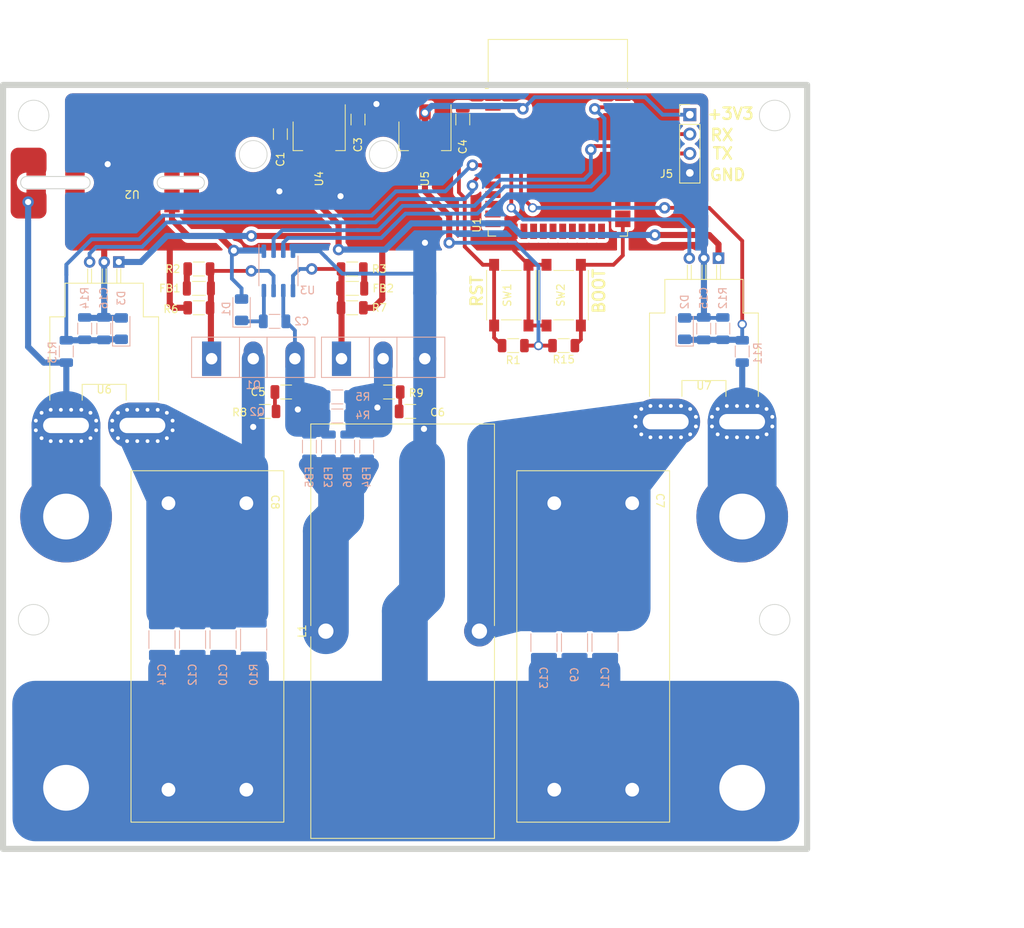
<source format=kicad_pcb>
(kicad_pcb (version 20210925) (generator pcbnew)
  (layers (0 "F.Cu" signal) (31 "B.Cu" signal) (34 "B.Paste" user) (35 "F.Paste" user) (36 "B.SilkS" user "B.Silkscreen") (37 "F.SilkS" user "F.Silkscreen") (38 "B.Mask" user) (39 "F.Mask" user) (44 "Edge.Cuts" user))
  (net 0 "")
  (net 1 "+12V")
  (net 2 "GND")
  (net 3 "Net-(C2-Pad1)")
  (net 4 "Net-(C2-Pad2)")
  (net 5 "+5V")
  (net 6 "+3V3")
  (net 7 "Net-(C5-Pad1)")
  (net 8 "Net-(C6-Pad1)")
  (net 9 "VOUT")
  (net 10 "VIN")
  (net 11 "Net-(FB1-Pad1)")
  (net 12 "Net-(FB1-Pad2)")
  (net 13 "Net-(FB4-Pad2)")
  (net 14 "Net-(C11-Pad1)")
  (net 15 "VCC")
  (net 16 "Net-(FB2-Pad2)")
  (net 17 "Net-(FB2-Pad1)")
  (net 18 "Net-(J1-Pad1)")
  (net 19 "VDC")
  (net 20 "Net-(U1-Pad33)")
  (net 21 "Net-(U1-Pad37)")
  (net 22 "Net-(R1-Pad1)")
  (net 23 "Net-(R15-Pad1)")
  (net 24 "Net-(FB3-Pad2)")
  (net 27 "COUT")
  (net 28 "CIN")
  (net 51 "Net-(J5-Pad2)")
  (net 52 "Net-(J5-Pad3)")
  (footprint "HiPowerFP:Screw_PCB_pin" (layer "F.Cu") (at 118 109.5)
    (fp_text reference "J3")
    (fp_text value "Conn_01x01")
  )
  (footprint "Resistor_SMD:R_1206_3216Metric" (layer "F.Cu") (at 135.382 77.089 180)
    (fp_text reference "R2")
    (fp_text value "20")
  )
  (footprint "Resistor_SMD:R_1206_3216Metric" (layer "F.Cu") (at 176.53 87.122)
    (fp_text reference "R1")
    (fp_text value "10k")
  )
  (footprint "Inductor_SMD:L_1206_3216Metric" (layer "F.Cu") (at 155.448 79.629 180)
    (fp_text reference "FB2")
    (fp_text value "330")
  )
  (footprint "Package_TO_SOT_SMD:SOT-223-3_TabPin2" (layer "F.Cu") (at 164.973 59.69 -90)
    (fp_text reference "U5")
    (fp_text value "AMS1117-3.3")
  )
  (footprint "Package_TO_SOT_SMD:SOT-223-3_TabPin2" (layer "F.Cu") (at 151.13 59.69 -90)
    (fp_text reference "U4")
    (fp_text value "AMS1117-5.0")
  )
  (footprint "Capacitor_SMD:C_1206_3216Metric" (layer "F.Cu") (at 163.068 95.735)
    (fp_text reference "C6")
    (fp_text value "24p")
  )
  (footprint "Sensor_Current:Allegro_CB_PFF" (layer "F.Cu") (at 203.4 75.675 180)
    (fp_text reference "U7")
    (fp_text value "ACS770xCB-050B-PFF")
  )
  (footprint "Resistor_SMD:R_1206_3216Metric" (layer "F.Cu") (at 155.448 77.089)
    (fp_text reference "R3")
    (fp_text value "20")
  )
  (footprint "HiPowerFP:Screw_PCB_pin" (layer "F.Cu") (at 118 145)
    (fp_text reference "J4")
    (fp_text value "Conn_01x01")
  )
  (footprint "Resistor_SMD:R_1206_3216Metric" (layer "F.Cu") (at 155.448 82.169 180)
    (fp_text reference "R7")
    (fp_text value "10k")
  )
  (footprint "HiPowerFP:AC_DC_PCB_straight" (layer "F.Cu") (at 126.1475 65.786 180)
    (fp_text reference "U2")
    (fp_text value "AC-DC_12V")
    (fp_line (start -4.58 0.8) (end -9.16 0.8) (layer "Edge.Cuts") (width 0.12))
    (fp_line (start -9.16 -0.8) (end -4.58 -0.8) (layer "Edge.Cuts") (width 0.12))
    (fp_line (start 5.797 -0.8) (end 13.297 -0.8) (layer "Edge.Cuts") (width 0.12))
    (fp_line (start 13.297 0.8) (end 5.797 0.8) (layer "Edge.Cuts") (width 0.12))
    (fp_arc (start 5.797 0) (end 5.797 0.8) (angle 180) (layer "Edge.Cuts") (width 0.12))
    (fp_arc (start -9.16 0) (end -9.16 -0.8) (angle -180) (layer "Edge.Cuts") (width 0.12))
    (fp_arc (start 13.297 0) (end 13.297 0.8) (angle -180) (layer "Edge.Cuts") (width 0.12))
    (fp_arc (start -4.58 0) (end -4.58 0.8) (angle -180) (layer "Edge.Cuts") (width 0.12))
  )
  (footprint "HiPowerFP:Screw_PCB_pin" (layer "F.Cu") (at 206.5 145)
    (fp_text reference "J2")
    (fp_text value "Conn_01x01")
  )
  (footprint "Capacitor_SMD:C_1206_3216Metric" (layer "F.Cu") (at 146.812 93.195)
    (fp_text reference "C5")
    (fp_text value "24p")
  )
  (footprint "Resistor_SMD:R_1206_3216Metric" (layer "F.Cu") (at 183.134 87.122 180)
    (fp_text reference "R15")
    (fp_text value "10k")
  )
  (footprint "Capacitor_SMD:C_1206_3216Metric" (layer "F.Cu") (at 146.05 59.436 -90)
    (fp_text reference "C1")
    (fp_text value "10u")
  )
  (footprint "Resistor_SMD:R_1206_3216Metric" (layer "F.Cu") (at 144.018 95.735)
    (fp_text reference "R8")
    (fp_text value "15")
  )
  (footprint "Sensor_Current:Allegro_CB_PFF" (layer "F.Cu") (at 124.9 76.175 180)
    (fp_text reference "U6")
    (fp_text value "ACS770xCB-050B-PFF")
  )
  (footprint "WLAN modules:ESP32-WROOM-32" (layer "F.Cu") (at 182.372 62.908)
    (fp_text reference "U1")
    (fp_text value "ESP32-WROOM-32U")
  )
  (footprint "HiPowerFP:CP_Rect_L42.0mm_T20.0mm_H40.0mm" (layer "F.Cu") (at 187 126.5 -90)
    (fp_text reference "C7")
    (fp_text value "10u")
  )
  (footprint "Inductor_THT:L_Toroid_Vertical_L54.0mm_W23.8mm_P20.10mm_Bourns_5700" (layer "F.Cu") (at 152 124.5 90)
    (fp_text reference "L1")
    (fp_text value "330u")
  )
  (footprint "Button_Switch_SMD:SW_Push_1P1T_NO_6x6mm_H9.5mm" (layer "F.Cu") (at 183.134 80.518 -90)
    (fp_text reference "SW2")
    (fp_text value "SW_Push")
  )
  (footprint "Resistor_SMD:R_1206_3216Metric" (layer "F.Cu") (at 135.382 82.169)
    (fp_text reference "R6")
    (fp_text value "10k")
  )
  (footprint "Connector_PinHeader_2.54mm:PinHeader_1x04_P2.54mm_Vertical" (layer "F.Cu") (at 199.644 56.896)
    (fp_text reference "J5")
    (fp_text value "Conn_01x04")
  )
  (footprint "HiPowerFP:CP_Rect_L42.0mm_T20.0mm_H40.0mm" (layer "F.Cu") (at 136.5 126.5 -90)
    (fp_text reference "C8")
    (fp_text value "10u")
  )
  (footprint "HiPowerFP:Screw_PCB_pin" (layer "F.Cu") (at 206.5 109.5)
    (fp_text reference "J1")
    (fp_text value "Conn_01x01")
  )
  (footprint "Resistor_SMD:R_1206_3216Metric" (layer "F.Cu") (at 160.274 93.195)
    (fp_text reference "R9")
    (fp_text value "15")
  )
  (footprint "Capacitor_SMD:C_1206_3216Metric" (layer "F.Cu") (at 156.21 57.531 90)
    (fp_text reference "C3")
    (fp_text value "10u")
  )
  (footprint "Inductor_SMD:L_1206_3216Metric" (layer "F.Cu") (at 135.382 79.629)
    (fp_text reference "FB1")
    (fp_text value "330")
  )
  (footprint "Button_Switch_SMD:SW_Push_1P1T_NO_6x6mm_H9.5mm" (layer "F.Cu") (at 176.276 80.518 -90)
    (fp_text reference "SW1")
    (fp_text value "SW_Push")
  )
  (footprint "Capacitor_SMD:C_1206_3216Metric" (layer "F.Cu") (at 169.926 57.531 -90)
    (fp_text reference "C4")
    (fp_text value "10u")
  )
  (footprint "Package_SO:SO-8_3.9x4.9mm_P1.27mm" (layer "B.Cu") (at 145.796 77.343 -90)
    (fp_text reference "U3")
    (fp_text value "EG2106")
  )
  (footprint "Resistor_SMD:R_1206_3216Metric" (layer "B.Cu") (at 153.5 96.335)
    (fp_text reference "R4")
    (fp_text value "20")
  )
  (footprint "Diode_SMD:D_1206_3216Metric" (layer "B.Cu") (at 198.962 84.8975 90)
    (fp_text reference "D2")
    (fp_text value "5V6")
  )
  (footprint "Resistor_SMD:R_1206_3216Metric" (layer "B.Cu") (at 206.502 87.884 90)
    (fp_text reference "R11")
    (fp_text value "1M")
  )
  (footprint "Capacitor_SMD:C_1206_3216Metric" (layer "B.Cu") (at 145.288 83.947 180)
    (fp_text reference "C2")
    (fp_text value "1u")
  )
  (footprint "Package_TO_SOT_THT:TO-247-3_Vertical" (layer "B.Cu") (at 154.05 88.835)
    (fp_text reference "Q2")
    (fp_text value "WMJ38N60")
  )
  (footprint "Resistor_SMD:R_1206_3216Metric" (layer "B.Cu") (at 153.5 93.835)
    (fp_text reference "R5")
    (fp_text value "20")
  )
  (footprint "Resistor_SMD:R_1206_3216Metric" (layer "B.Cu") (at 203.962 84.8975 90)
    (fp_text reference "R12")
    (fp_text value "10k")
  )
  (footprint "Inductor_SMD:L_1206_3216Metric" (layer "B.Cu") (at 152.35 100.335 -90)
    (fp_text reference "FB3")
    (fp_text value "30")
  )
  (footprint "Inductor_SMD:L_1206_3216Metric" (layer "B.Cu") (at 149.85 100.335 -90)
    (fp_text reference "FB5")
    (fp_text value "30")
  )
  (footprint "Capacitor_SMD:C_1812_4532Metric" (layer "B.Cu") (at 180.55 126 -90)
    (fp_text reference "C13")
    (fp_text value "10n")
  )
  (footprint "Capacitor_SMD:C_1812_4532Metric" (layer "B.Cu") (at 188.55 126 -90)
    (fp_text reference "C11")
    (fp_text value "10n")
  )
  (footprint "Capacitor_SMD:C_1206_3216Metric" (layer "B.Cu") (at 201.462 84.8975 90)
    (fp_text reference "C15")
    (fp_text value "1n")
  )
  (footprint "Capacitor_SMD:C_1812_4532Metric" (layer "B.Cu") (at 134.55 125.6 -90)
    (fp_text reference "C12")
    (fp_text value "10n")
  )
  (footprint "Capacitor_SMD:C_1812_4532Metric" (layer "B.Cu") (at 138.55 125.6 -90)
    (fp_text reference "C10")
    (fp_text value "100n")
  )
  (footprint "Resistor_SMD:R_1206_3216Metric" (layer "B.Cu") (at 120.436 84.8975 90)
    (fp_text reference "R14")
    (fp_text value "10k")
  )
  (footprint "Resistor_SMD:R_1206_3216Metric" (layer "B.Cu") (at 118.03 87.884 90)
    (fp_text reference "R13")
    (fp_text value "1M")
  )
  (footprint "Package_TO_SOT_THT:TO-247-3_Vertical" (layer "B.Cu") (at 137.05 88.835)
    (fp_text reference "Q1")
    (fp_text value "WMJ38N60")
  )
  (footprint "Diode_SMD:D_1206_3216Metric" (layer "B.Cu") (at 125.222 84.8975 90)
    (fp_text reference "D3")
    (fp_text value "5V6")
  )
  (footprint "Capacitor_SMD:C_1812_4532Metric" (layer "B.Cu") (at 130.55 125.6 -90)
    (fp_text reference "C14")
    (fp_text value "10n")
  )
  (footprint "Capacitor_SMD:C_1812_4532Metric" (layer "B.Cu") (at 184.55 126 -90)
    (fp_text reference "C9")
    (fp_text value "100n")
  )
  (footprint "Inductor_SMD:L_1206_3216Metric" (layer "B.Cu") (at 154.85 100.335 90)
    (fp_text reference "FB6")
    (fp_text value "30")
  )
  (footprint "Resistor_SMD:R_1812_4532Metric" (layer "B.Cu") (at 142.55 125.6 -90)
    (fp_text reference "R10")
    (fp_text value "10M")
  )
  (footprint "Diode_SMD:D_1206_3216Metric" (layer "B.Cu") (at 140.97 82.423 90)
    (fp_text reference "D1")
    (fp_text value "D")
  )
  (footprint "Capacitor_SMD:C_1206_3216Metric" (layer "B.Cu") (at 122.936 84.8975 90)
    (fp_text reference "C16")
    (fp_text value "10n")
  )
  (footprint "Inductor_SMD:L_1206_3216Metric" (layer "B.Cu") (at 157.35 100.335 90)
    (fp_text reference "FB4")
    (fp_text value "30")
  )
  (gr_circle (center 113.75 123) (end 115.75 123) (layer "Edge.Cuts") (width 0.1) (fill none))
  (gr_circle (center 142.494 62.103) (end 144.272 61.722) (layer "Edge.Cuts") (width 0.1) (fill none))
  (gr_circle (center 210.75 123) (end 212.75 123) (layer "Edge.Cuts") (width 0.1) (fill none))
  (gr_rect (start 109.75 53) (end 215 153) (layer "Edge.Cuts") (width 0.8) (fill none))
  (gr_circle (center 159.512 62.103) (end 161.29 61.722) (layer "Edge.Cuts") (width 0.1) (fill none))
  (gr_circle (center 113.75 57) (end 115.75 57) (layer "Edge.Cuts") (width 0.1) (fill none))
  (gr_circle (center 210.75 57) (end 212.75 57) (layer "Edge.Cuts") (width 0.1) (fill none))
  (gr_text "BOOT" (at 187.75 80 90) (layer "F.SilkS") (effects (font (size 1.5 1.5) (thickness 0.3))))
  (gr_text "GND" (at 204.597 64.77) (layer "F.SilkS") (effects (font (size 1.5 1.5) (thickness 0.3))))
  (gr_text "+3V3" (at 204.978 56.769) (layer "F.SilkS") (effects (font (size 1.5 1.5) (thickness 0.3))))
  (gr_text "RX" (at 203.835 59.563) (layer "F.SilkS") (effects (font (size 1.5 1.5) (thickness 0.3))))
  (gr_text "RST" (at 171.75 80 90) (layer "F.SilkS") (effects (font (size 1.5 1.5) (thickness 0.3))))
  (gr_text "TX" (at 203.962 61.976) (layer "F.SilkS") (effects (font (size 1.5 1.5) (thickness 0.3))))
  (segment (start 147.409 57.961) (end 148.83 56.54) (width 0.8) (layer "F.Cu") (net 1))
  (segment (start 131.8625 68.186) (end 131.8625 70.6485) (width 0.8) (layer "F.Cu") (net 1))
  (segment (start 128.778 64.516) (end 129.908 63.386) (width 0.8) (layer "F.Cu") (net 1))
  (segment (start 139.905 57.961) (end 146.05 57.961) (width 0.8) (layer "F.Cu") (net 1))
  (segment (start 138.049 72.771) (end 139.954 74.676) (width 0.8) (layer "F.Cu") (net 1))
  (segment (start 131.8625 70.6485) (end 133.985 72.771) (width 0.8) (layer "F.Cu") (net 1))
  (segment (start 134.698 57.961) (end 139.905 57.961) (width 0.8) (layer "F.Cu") (net 1))
  (segment (start 133.985 72.771) (end 138.049 72.771) (width 0.8) (layer "F.Cu") (net 1))
  (segment (start 131.953 68.186) (end 129.908 68.186) (width 0.8) (layer "F.Cu") (net 1))
  (segment (start 129.908 68.186) (end 128.778 67.056) (width 0.8) (layer "F.Cu") (net 1))
  (segment (start 129.908 63.386) (end 131.953 63.386) (width 0.8) (layer "F.Cu") (net 1))
  (segment (start 131.953 63.386) (end 131.953 60.706) (width 0.8) (layer "F.Cu") (net 1))
  (segment (start 139.27 57.961) (end 139.905 57.961) (width 0.8) (layer "F.Cu") (net 1))
  (segment (start 146.05 57.961) (end 147.409 57.961) (width 0.8) (layer "F.Cu") (net 1))
  (segment (start 131.953 60.706) (end 134.698 57.961) (width 0.8) (layer "F.Cu") (net 1))
  (segment (start 128.778 67.056) (end 128.778 64.516) (width 0.8) (layer "F.Cu") (net 1))
  (via (at 139.954 74.676) (size 1.5) (drill 0.8) (layers "F.Cu" "B.Cu") (net 1))
  (segment (start 140.97 81.023) (end 140.97 79.629) (width 0.5) (layer "B.Cu") (net 1))
  (segment (start 140.97 79.629) (end 139.7 78.359) (width 0.5) (layer "B.Cu") (net 1))
  (segment (start 139.7 78.359) (end 139.7 74.93) (width 0.5) (layer "B.Cu") (net 1))
  (segment (start 139.954 74.676) (end 143.51 74.676) (width 0.8) (layer "B.Cu") (net 1))
  (segment (start 156.9105 82.169) (end 158.242 82.169) (width 0.8) (layer "F.Cu") (net 2))
  (segment (start 122.99 76.175) (end 122.99 73.84) (width 0.8) (layer "F.Cu") (net 2))
  (segment (start 132.08 82.169) (end 131.572 81.661) (width 0.8) (layer "F.Cu") (net 2))
  (segment (start 133.9195 82.169) (end 132.08 82.169) (width 0.8) (layer "F.Cu") (net 2))
  (segment (start 178.526 84.493) (end 180.884 84.493) (width 0.5) (layer "F.Cu") (net 2))
  (segment (start 167.273 58.434) (end 167.845 59.006) (width 0.8) (layer "F.Cu") (net 2))
  (segment (start 167.845 59.006) (end 169.926 59.006) (width 0.8) (layer "F.Cu") (net 2))
  (segment (start 164.543 95.735) (end 164.543 97.718) (width 0.8) (layer "F.Cu") (net 2))
  (segment (start 178.526 76.543) (end 180.884 76.543) (width 0.5) (layer "F.Cu") (net 2))
  (segment (start 131.572 81.661) (end 131.572 74.422) (width 0.8) (layer "F.Cu") (net 2))
  (segment (start 167.273 56.54) (end 167.273 58.434) (width 0.8) (layer "F.Cu") (net 2))
  (segment (start 158.242 82.169) (end 159.385 81.026) (width 0.8) (layer "F.Cu") (net 2))
  (segment (start 164.543 97.718) (end 164.846 98.021) (width 0.8) (layer "F.Cu") (net 2))
  (segment (start 176.657 74.674) (end 178.526 76.543) (width 0.5) (layer "F.Cu") (net 2))
  (segment (start 178.526 84.493) (end 178.526 76.543) (width 0.5) (layer "F.Cu") (net 2))
  (segment (start 159.385 81.026) (end 159.385 73.787) (width 0.8) (layer "F.Cu") (net 2))
  (segment (start 176.657 72.163) (end 176.657 74.674) (width 0.5) (layer "F.Cu") (net 2))
  (via (at 153.924 67.564) (size 1.5) (drill 0.8) (layers "F.Cu" "B.Cu") (net 2))
  (via (at 158.623 55.499) (size 1.5) (drill 0.8) (layers "F.Cu" "B.Cu") (net 2))
  (via (at 164.973 73.66) (size 1.5) (drill 0.8) (layers "F.Cu" "B.Cu") (net 2))
  (via (at 164.846 98.021) (size 1.5) (drill 0.8) (layers "F.Cu" "B.Cu") (net 2))
  (via (at 145.923 66.929) (size 1.5) (drill 0.8) (layers "F.Cu" "B.Cu") (net 2))
  (via (at 123.444 63.373) (size 1.5) (drill 0.8) (layers "F.Cu" "B.Cu") (net 2))
  (segment (start 164.592 119.634) (end 164.592 102.339) (width 6) (layer "B.Cu") (net 2))
  (segment (start 152.019 75.565) (end 154.155 77.701) (width 0.5) (layer "B.Cu") (net 2))
  (segment (start 162.34 121.886) (end 164.592 119.634) (width 6) (layer "B.Cu") (net 2))
  (segment (start 122.99 76.175) (end 122.99 83.3685) (width 0.8) (layer "B.Cu") (net 2))
  (segment (start 164.95 101.981) (end 164.592 102.339) (width 3) (layer "B.Cu") (net 2))
  (segment (start 201.49 75.675) (end 201.49 83.1965) (width 0.8) (layer "B.Cu") (net 2))
  (segment (start 164.95 88.835) (end 164.95 101.981) (width 3) (layer "B.Cu") (net 2))
  (segment (start 122.736 83.2225) (end 122.936 83.4225) (width 0.5) (layer "B.Cu") (net 2))
  (segment (start 162.34 145) (end 162.34 121.886) (width 6) (layer "B.Cu") (net 2))
  (segment (start 203.8995 83.4975) (end 203.962 83.435) (width 0.5) (layer "B.Cu") (net 2))
  (segment (start 201.49 75.675) (end 201.49 73.22) (width 0.8) (layer "B.Cu") (net 2))
  (segment (start 164.95 80.241) (end 164.95 73.683) (width 3) (layer "B.Cu") (net 2))
  (segment (start 118 145) (end 162.34 145) (width 6) (layer "B.Cu") (net 2))
  (segment (start 120.4985 83.4975) (end 120.436 83.435) (width 0.8) (layer "B.Cu") (net 2))
  (segment (start 147.701 74.768) (end 151.222 74.768) (width 0.5) (layer "B.Cu") (net 2))
  (segment (start 122.99 83.3685) (end 122.936 83.4225) (width 0.8) (layer "B.Cu") (net 2))
  (segment (start 162.34 145) (end 165.5 145) (width 6) (layer "B.Cu") (net 2))
  (segment (start 125.222 83.4975) (end 120.4985 83.4975) (width 0.8) (layer "B.Cu") (net 2))
  (segment (start 165.5 145) (end 206.5 145) (width 6) (layer "B.Cu") (net 2))
  (segment (start 164.95 88.835) (end 164.95 80.241) (width 3) (layer "B.Cu") (net 2))
  (segment (start 154.155 77.701) (end 164.95 77.701) (width 0.5) (layer "B.Cu") (net 2))
  (segment (start 151.892 75.438) (end 152.019 75.565) (width 0.5) (layer "B.Cu") (net 2))
  (segment (start 164.95 73.683) (end 164.973 73.66) (width 3) (layer "B.Cu") (net 2))
  (segment (start 201.236 83.1965) (end 201.462 83.4225) (width 0.8) (layer "B.Cu") (net 2))
  (segment (start 198.962 83.4975) (end 203.8995 83.4975) (width 0.5) (layer "B.Cu") (net 2))
  (segment (start 151.222 74.768) (end 152.019 75.565) (width 0.5) (layer "B.Cu") (net 2))
  (segment (start 164.95 80.241) (end 164.95 77.701) (width 3) (layer "B.Cu") (net 2))
  (segment (start 148.336 93.244) (end 148.287 93.195) (width 0.5) (layer "F.Cu") (net 3))
  (segment (start 148.336 95.481) (end 148.336 93.244) (width 0.5) (layer "F.Cu") (net 3))
  (via (at 148.336 95.481) (size 1.5) (drill 0.8) (layers "F.Cu" "B.Cu") (net 3))
  (segment (start 147.95 85.134) (end 146.763 83.947) (width 0.5) (layer "B.Cu") (net 3))
  (segment (start 152.0375 98.1225) (end 152.0375 96.335) (width 0.8) (layer "B.Cu") (net 3))
  (segment (start 146.431 79.918) (end 146.431 83.361) (width 0.5) (layer "B.Cu") (net 3))
  (segment (start 147.95 88.835) (end 147.95 85.238) (width 0.5) (layer "B.Cu") (net 3))
  (segment (start 146.431 83.361) (end 147.017 83.947) (width 0.5) (layer "B.Cu") (net 3))
  (segment (start 143.813 83.947) (end 141.094 83.947) (width 0.5) (layer "B.Cu") (net 4))
  (segment (start 141.094 83.947) (end 140.97 83.823) (width 0.5) (layer "B.Cu") (net 4))
  (segment (start 143.891 79.918) (end 143.891 83.566) (width 0.5) (layer "B.Cu") (net 4))
  (segment (start 156.21 59.006) (end 151.179 59.006) (width 0.8) (layer "F.Cu") (net 5))
  (segment (start 151.13 56.54) (end 151.13 59.055) (width 0.8) (layer "F.Cu") (net 5))
  (segment (start 153.543 72.771) (end 153.67 72.898) (width 0.8) (layer "F.Cu") (net 5))
  (segment (start 202.184 72.644) (end 203.4 73.86) (width 0.8) (layer "F.Cu") (net 5))
  (segment (start 153.67 72.898) (end 153.67 74.549) (width 0.8) (layer "F.Cu") (net 5))
  (segment (start 160.376 56.54) (end 162.673 56.54) (width 0.8) (layer "F.Cu") (net 5))
  (segment (start 142.24 72.771) (end 153.543 72.771) (width 0.8) (layer "F.Cu") (net 5))
  (segment (start 195.072 72.644) (end 202.184 72.644) (width 0.8) (layer "F.Cu") (net 5))
  (segment (start 156.21 59.006) (end 157.91 59.006) (width 0.8) (layer "F.Cu") (net 5))
  (segment (start 151.13 59.055) (end 151.13 62.84) (width 0.8) (layer "F.Cu") (net 5))
  (segment (start 151.13 68.707) (end 153.67 71.247) (width 0.8) (layer "F.Cu") (net 5))
  (segment (start 151.13 62.84) (end 151.13 64.516) (width 0.8) (layer "F.Cu") (net 5))
  (segment (start 157.91 59.006) (end 160.376 56.54) (width 0.8) (layer "F.Cu") (net 5))
  (segment (start 203.4 73.86) (end 203.4 75.675) (width 0.8) (layer "F.Cu") (net 5))
  (segment (start 151.179 59.006) (end 151.13 59.055) (width 0.5) (layer "F.Cu") (net 5))
  (segment (start 151.13 62.84) (end 151.13 68.707) (width 0.8) (layer "F.Cu") (net 5))
  (segment (start 153.67 71.247) (end 153.67 72.898) (width 0.8) (layer "F.Cu") (net 5))
  (via (at 153.67 74.549) (size 1.5) (drill 0.8) (layers "F.Cu" "B.Cu") (net 5))
  (via (at 142.24 72.771) (size 1.5) (drill 0.8) (layers "F.Cu" "B.Cu") (net 5))
  (via (at 195.072 72.644) (size 1.5) (drill 0.8) (layers "F.Cu" "B.Cu") (net 5))
  (segment (start 153.67 74.549) (end 159.766 74.549) (width 0.8) (layer "B.Cu") (net 5))
  (segment (start 163.195 71.12) (end 176.022 71.12) (width 0.8) (layer "B.Cu") (net 5))
  (segment (start 177.546 72.644) (end 195.072 72.644) (width 0.8) (layer "B.Cu") (net 5))
  (segment (start 124.9 76.175) (end 127.787 76.175) (width 0.8) (layer "B.Cu") (net 5))
  (segment (start 159.766 74.549) (end 161.9885 72.3265) (width 0.8) (layer "B.Cu") (net 5))
  (segment (start 161.9885 72.3265) (end 162.433 71.882) (width 0.8) (layer "B.Cu") (net 5))
  (segment (start 161.9885 72.3265) (end 163.195 71.12) (width 0.8) (layer "B.Cu") (net 5))
  (segment (start 176.022 71.12) (end 176.9745 72.0725) (width 0.8) (layer "B.Cu") (net 5))
  (segment (start 127.787 76.175) (end 131.191 72.771) (width 0.8) (layer "B.Cu") (net 5))
  (segment (start 176.9745 72.0725) (end 177.546 72.644) (width 0.8) (layer "B.Cu") (net 5))
  (segment (start 131.191 72.771) (end 142.24 72.771) (width 0.8) (layer "B.Cu") (net 5))
  (segment (start 173.872 55.923) (end 177.589 55.923) (width 0.5) (layer "F.Cu") (net 6))
  (segment (start 168.148 70.104) (end 168.148 73.66) (width 0.8) (layer "F.Cu") (net 6))
  (segment (start 169.375 55.923) (end 173.872 55.923) (width 0.5) (layer "F.Cu") (net 6))
  (segment (start 164.973 66.929) (end 168.148 70.104) (width 0.8) (layer "F.Cu") (net 6))
  (segment (start 164.973 56.54) (end 164.973 62.84) (width 0.8) (layer "F.Cu") (net 6))
  (segment (start 179.832 87.122) (end 181.6715 87.122) (width 0.5) (layer "F.Cu") (net 6))
  (segment (start 164.973 62.84) (end 164.973 66.929) (width 0.8) (layer "F.Cu") (net 6))
  (segment (start 177.589 55.923) (end 177.8 56.134) (width 0.5) (layer "F.Cu") (net 6))
  (segment (start 177.9925 87.122) (end 179.832 87.122) (width 0.5) (layer "F.Cu") (net 6))
  (via (at 179.832 87.122) (size 1.2) (drill 0.8) (layers "F.Cu" "B.Cu") (net 6))
  (via (at 168.148 73.66) (size 1.5) (drill 0.8) (layers "F.Cu" "B.Cu") (net 6))
  (via (at 177.8 56.134) (size 1.5) (drill 0.8) (layers "F.Cu" "B.Cu") (net 6))
  (via (at 164.973 56.642) (size 1.2) (drill 0.8) (layers "F.Cu" "B.Cu") (net 6))
  (segment (start 177.419 55.753) (end 177.8 56.134) (width 0.8) (layer "B.Cu") (net 6))
  (segment (start 196.088 56.896) (end 199.644 56.896) (width 0.5) (layer "B.Cu") (net 6))
  (segment (start 193.802 54.61) (end 196.088 56.896) (width 0.5) (layer "B.Cu") (net 6))
  (segment (start 164.973 56.642) (end 165.862 55.753) (width 0.8) (layer "B.Cu") (net 6))
  (segment (start 176.784 73.66) (end 168.148 73.66) (width 0.5) (layer "B.Cu") (net 6))
  (segment (start 179.832 76.708) (end 178.3715 75.2475) (width 0.5) (layer "B.Cu") (net 6))
  (segment (start 177.8 56.134) (end 179.324 54.61) (width 0.5) (layer "B.Cu") (net 6))
  (segment (start 178.3715 75.2475) (end 176.784 73.66) (width 0.5) (layer "B.Cu") (net 6))
  (segment (start 179.832 87.122) (end 179.832 76.708) (width 0.5) (layer "B.Cu") (net 6))
  (segment (start 165.862 55.753) (end 177.419 55.753) (width 0.8) (layer "B.Cu") (net 6))
  (segment (start 179.324 54.61) (end 193.802 54.61) (width 0.5) (layer "B.Cu") (net 6))
  (segment (start 145.337 95.5915) (end 145.4805 95.735) (width 0.5) (layer "F.Cu") (net 7))
  (segment (start 145.337 93.195) (end 145.337 95.5915) (width 0.5) (layer "F.Cu") (net 7))
  (segment (start 161.7365 95.5915) (end 161.593 95.735) (width 0.5) (layer "F.Cu") (net 8))
  (segment (start 161.7365 93.195) (end 161.7365 95.5915) (width 0.5) (layer "F.Cu") (net 8))
  (segment (start 176.065 61.003) (end 177.546 62.484) (width 0.5) (layer "F.Cu") (net 9))
  (segment (start 206.502 73.406) (end 202.184 69.088) (width 0.5) (layer "F.Cu") (net 9))
  (segment (start 206.502 84.328) (end 206.502 73.406) (width 0.5) (layer "F.Cu") (net 9))
  (segment (start 202.184 69.088) (end 196.342 69.088) (width 0.5) (layer "F.Cu") (net 9))
  (segment (start 177.546 67.564) (end 179.07 69.088) (width 0.5) (layer "F.Cu") (net 9))
  (segment (start 177.546 62.484) (end 177.546 67.564) (width 0.5) (layer "F.Cu") (net 9))
  (segment (start 173.872 61.003) (end 176.065 61.003) (width 0.5) (layer "F.Cu") (net 9))
  (via (at 196.342 69.088) (size 1.5) (drill 0.8) (layers "F.Cu" "B.Cu") (net 9))
  (via (at 206.502 84.328) (size 1.2) (drill 0.8) (layers "F.Cu" "B.Cu") (net 9))
  (via (at 179.07 69.088) (size 1.2) (drill 0.8) (layers "F.Cu" "B.Cu") (net 9))
  (segment (start 199.0245 86.36) (end 198.962 86.2975) (width 0.8) (layer "B.Cu") (net 9))
  (segment (start 179.07 69.088) (end 196.342 69.088) (width 0.5) (layer "B.Cu") (net 9))
  (segment (start 206.502 86.4215) (end 206.502 84.328) (width 0.5) (layer "B.Cu") (net 9))
  (segment (start 203.962 86.36) (end 199.0245 86.36) (width 0.8) (layer "B.Cu") (net 9))
  (segment (start 204.216 86.36) (end 206.9485 86.36) (width 0.8) (layer "B.Cu") (net 9))
  (segment (start 173.872 63.543) (end 172.255 63.543) (width 0.5) (layer "F.Cu") (net 10))
  (segment (start 172.212 63.5) (end 171.196 63.5) (width 0.5) (layer "F.Cu") (net 10))
  (segment (start 172.255 63.543) (end 172.212 63.5) (width 0.5) (layer "F.Cu") (net 10))
  (via (at 171.196 63.5) (size 1.5) (drill 0.8) (layers "F.Cu" "B.Cu") (net 10))
  (segment (start 161.163 66.929) (end 166.37 66.929) (width 0.5) (layer "B.Cu") (net 10))
  (segment (start 157.988 70.104) (end 160.401 67.691) (width 0.5) (layer "B.Cu") (net 10))
  (segment (start 130.654 70.104) (end 156.083 70.104) (width 0.5) (layer "B.Cu") (net 10))
  (segment (start 160.401 67.691) (end 161.163 66.929) (width 0.5) (layer "B.Cu") (net 10))
  (segment (start 156.083 70.104) (end 157.988 70.104) (width 0.5) (layer "B.Cu") (net 10))
  (segment (start 122.887 86.4215) (end 122.936 86.3725) (width 0.8) (layer "B.Cu") (net 10))
  (segment (start 118.03 76.52) (end 121.35 73.2) (width 0.5) (layer "B.Cu") (net 10))
  (segment (start 167.64 66.929) (end 170.688 63.881) (width 0.5) (layer "B.Cu") (net 10))
  (segment (start 156.083 70.104) (end 156.845 70.104) (width 0.5) (layer "B.Cu") (net 10))
  (segment (start 125.222 86.2975) (end 123.011 86.2975) (width 0.8) (layer "B.Cu") (net 10))
  (segment (start 118.03 77.88) (end 118.03 76.52) (width 0.5) (layer "B.Cu") (net 10))
  (segment (start 123.011 86.2975) (end 122.936 86.3725) (width 0.8) (layer "B.Cu") (net 10))
  (segment (start 118.03 77.88) (end 118.03 76.755) (width 0.5) (layer "B.Cu") (net 10))
  (segment (start 121.35 73.2) (end 127.558 73.2) (width 0.5) (layer "B.Cu") (net 10))
  (segment (start 166.37 66.929) (end 167.64 66.929) (width 0.5) (layer "B.Cu") (net 10))
  (segment (start 118.03 86.4215) (end 122.887 86.4215) (width 0.8) (layer "B.Cu") (net 10))
  (segment (start 118.03 86.4215) (end 118.03 77.88) (width 0.5) (layer "B.Cu") (net 10))
  (segment (start 127.558 73.2) (end 130.654 70.104) (width 0.5) (layer "B.Cu") (net 10))
  (segment (start 133.807 77.2015) (end 133.9195 77.089) (width 0.8) (layer "F.Cu") (net 11))
  (segment (start 133.807 79.629) (end 133.807 77.2015) (width 0.8) (layer "F.Cu") (net 11))
  (segment (start 136.957 77.6645) (end 136.957 86.6735) (width 0.8) (layer "F.Cu") (net 12))
  (segment (start 137.0985 77.343) (end 136.8445 77.089) (width 0.5) (layer "F.Cu") (net 12))
  (segment (start 142.24 77.343) (end 137.0985 77.343) (width 0.5) (layer "F.Cu") (net 12))
  (segment (start 136.957 88.742) (end 137.05 88.835) (width 0.8) (layer "F.Cu") (net 12))
  (via (at 142.24 77.343) (size 1.5) (drill 0.8) (layers "F.Cu" "B.Cu") (net 12))
  (segment (start 145.161 77.978) (end 145.161 79.918) (width 0.5) (layer "B.Cu") (net 12))
  (segment (start 142.24 77.343) (end 144.526 77.343) (width 0.5) (layer "B.Cu") (net 12))
  (segment (start 144.526 77.343) (end 145.161 77.978) (width 0.5) (layer "B.Cu") (net 12))
  (segment (start 158.75 95.227) (end 158.75 93.2565) (width 0.8) (layer "F.Cu") (net 13))
  (segment (start 158.75 93.2565) (end 158.8115 93.195) (width 0.5) (layer "F.Cu") (net 13))
  (via (at 158.75 95.227) (size 1.5) (drill 0.8) (layers "F.Cu" "B.Cu") (net 13))
  (segment (start 155 96.3725) (end 154.9625 96.335) (width 0.8) (layer "B.Cu") (net 13))
  (segment (start 155 98.76) (end 155 96.3725) (width 0.8) (layer "B.Cu") (net 13))
  (segment (start 142.494 95.7965) (end 142.5555 95.735) (width 0.8) (layer "F.Cu") (net 15))
  (segment (start 142.494 97.767) (end 142.494 95.7965) (width 0.8) (layer "F.Cu") (net 15))
  (via (at 142.494 97.767) (size 1.5) (drill 0.8) (layers "F.Cu" "B.Cu") (net 15))
  (segment (start 142.5 88.835) (end 142.5 103.8) (width 3) (layer "B.Cu") (net 15))
  (segment (start 154.05 77.597) (end 154.05 88.835) (width 0.8) (layer "F.Cu") (net 16))
  (segment (start 150.876 77.089) (end 153.9855 77.089) (width 0.5) (layer "F.Cu") (net 16))
  (segment (start 154.05 82.2335) (end 153.9855 82.169) (width 0.8) (layer "F.Cu") (net 16))
  (segment (start 153.9855 79.7415) (end 153.873 79.629) (width 0.8) (layer "F.Cu") (net 16))
  (segment (start 153.9855 82.169) (end 153.9855 79.7415) (width 0.8) (layer "F.Cu") (net 16))
  (via (at 150.15 77.089) (size 1.5) (drill 0.8) (layers "F.Cu" "B.Cu") (net 16))
  (segment (start 148.59 77.089) (end 150.15 77.089) (width 0.5) (layer "B.Cu") (net 16))
  (segment (start 147.701 77.978) (end 148.59 77.089) (width 0.5) (layer "B.Cu") (net 16))
  (segment (start 147.701 79.918) (end 147.701 77.978) (width 0.5) (layer "B.Cu") (net 16))
  (segment (start 157.023 77.2015) (end 156.9105 77.089) (width 0.8) (layer "F.Cu") (net 17))
  (segment (start 157.023 79.629) (end 157.023 77.2015) (width 0.8) (layer "F.Cu") (net 17))
  (segment (start 206.502 89.3465) (end 206.502 97.063) (width 0.8) (layer "B.Cu") (net 18))
  (segment (start 206.49 97.075) (end 206.49 109.49) (width 9) (layer "B.Cu") (net 18))
  (segment (start 206.49 109.49) (end 206.5 109.5) (width 6) (layer "B.Cu") (net 18))
  (segment (start 207.01 94.875) (end 207.16 95.025) (width 0.5) (layer "B.Cu") (net 18))
  (via (at 113.03 68.326) (size 1.5) (drill 0.8) (layers "F.Cu" "B.Cu") (net 19))
  (segment (start 117.99 97.575) (end 117.99 109.49) (width 9) (layer "B.Cu") (net 19))
  (segment (start 118.03 97.535) (end 117.99 97.575) (width 0.5) (layer "B.Cu") (net 19))
  (segment (start 115.0965 89.3465) (end 113.03 87.28) (width 0.8) (layer "B.Cu") (net 19))
  (segment (start 117.99 109.49) (end 118 109.5) (width 6) (layer "B.Cu") (net 19))
  (segment (start 113.03 87.28) (end 113.03 68.326) (width 0.8) (layer "B.Cu") (net 19))
  (segment (start 118.03 89.3465) (end 115.0965 89.3465) (width 0.8) (layer "B.Cu") (net 19))
  (segment (start 118.03 89.3465) (end 118.03 97.535) (width 0.8) (layer "B.Cu") (net 19))
  (segment (start 186.69 61.468) (end 187.155 61.003) (width 0.5) (layer "F.Cu") (net 20))
  (segment (start 187.155 61.003) (end 190.872 61.003) (width 0.5) (layer "F.Cu") (net 20))
  (via (at 186.69 61.468) (size 1.5) (drill 0.8) (layers "F.Cu" "B.Cu") (net 20))
  (segment (start 158.877 72.009) (end 160.274 70.612) (width 0.5) (layer "B.Cu") (net 20))
  (segment (start 146.304 72.009) (end 156.083 72.009) (width 0.5) (layer "B.Cu") (net 20))
  (segment (start 162.052 68.834) (end 171.45 68.834) (width 0.5) (layer "B.Cu") (net 20))
  (segment (start 156.083 72.009) (end 156.337 72.009) (width 0.5) (layer "B.Cu") (net 20))
  (segment (start 185.801 65.405) (end 186.69 64.516) (width 0.5) (layer "B.Cu") (net 20))
  (segment (start 186.69 64.516) (end 186.69 61.468) (width 0.5) (layer "B.Cu") (net 20))
  (segment (start 145.161 73.152) (end 146.304 72.009) (width 0.5) (layer "B.Cu") (net 20))
  (segment (start 171.45 68.834) (end 174.879 65.405) (width 0.5) (layer "B.Cu") (net 20))
  (segment (start 145.161 74.768) (end 145.161 73.152) (width 0.5) (layer "B.Cu") (net 20))
  (segment (start 174.879 65.405) (end 185.801 65.405) (width 0.5) (layer "B.Cu") (net 20))
  (segment (start 160.274 70.612) (end 162.052 68.834) (width 0.5) (layer "B.Cu") (net 20))
  (segment (start 156.083 72.009) (end 158.877 72.009) (width 0.5) (layer "B.Cu") (net 20))
  (segment (start 190.872 55.923) (end 187.409 55.923) (width 0.5) (layer "F.Cu") (net 21))
  (segment (start 187.409 55.923) (end 187.198 56.134) (width 0.5) (layer "F.Cu") (net 21))
  (via (at 187.198 56.134) (size 1.5) (drill 0.8) (layers "F.Cu" "B.Cu") (net 21))
  (segment (start 171.831 69.85) (end 175.387 66.294) (width 0.5) (layer "B.Cu") (net 21))
  (segment (start 146.431 73.66) (end 147.066 73.025) (width 0.5) (layer "B.Cu") (net 21))
  (segment (start 188.468 64.516) (end 188.468 57.404) (width 0.5) (layer "B.Cu") (net 21))
  (segment (start 146.431 74.768) (end 146.431 73.66) (width 0.5) (layer "B.Cu") (net 21))
  (segment (start 160.7185 71.5645) (end 161.163 71.12) (width 0.5) (layer "B.Cu") (net 21))
  (segment (start 175.387 66.294) (end 186.69 66.294) (width 0.5) (layer "B.Cu") (net 21))
  (segment (start 162.433 69.85) (end 171.831 69.85) (width 0.5) (layer "B.Cu") (net 21))
  (segment (start 147.066 73.025) (end 159.258 73.025) (width 0.5) (layer "B.Cu") (net 21))
  (segment (start 160.7185 71.5645) (end 162.433 69.85) (width 0.5) (layer "B.Cu") (net 21))
  (segment (start 188.468 57.404) (end 187.198 56.134) (width 0.5) (layer "B.Cu") (net 21))
  (segment (start 159.258 73.025) (end 160.7185 71.5645) (width 0.5) (layer "B.Cu") (net 21))
  (segment (start 186.69 66.294) (end 188.468 64.516) (width 0.5) (layer "B.Cu") (net 21))
  (segment (start 174.026 84.493) (end 174.026 76.543) (width 0.5) (layer "F.Cu") (net 22))
  (segment (start 173.872 57.193) (end 172.357 57.193) (width 0.5) (layer "F.Cu") (net 22))
  (segment (start 170.18 67.818) (end 169.418 67.056) (width 0.5) (layer "F.Cu") (net 22))
  (segment (start 169.418 62.103) (end 171.577 59.944) (width 0.5) (layer "F.Cu") (net 22))
  (segment (start 169.418 67.056) (end 169.418 62.103) (width 0.5) (layer "F.Cu") (net 22))
  (segment (start 174.026 84.493) (end 174.026 86.0805) (width 0.5) (layer "F.Cu") (net 22))
  (segment (start 174.026 76.543) (end 172.555 76.543) (width 0.5) (layer "F.Cu") (net 22))
  (segment (start 172.357 57.193) (end 171.577 57.973) (width 0.5) (layer "F.Cu") (net 22))
  (segment (start 174.026 86.0805) (end 175.0675 87.122) (width 0.5) (layer "F.Cu") (net 22))
  (segment (start 170.18 74.168) (end 170.18 67.818) (width 0.5) (layer "F.Cu") (net 22))
  (segment (start 171.577 57.973) (end 171.577 59.944) (width 0.5) (layer "F.Cu") (net 22))
  (segment (start 172.555 76.543) (end 170.18 74.168) (width 0.5) (layer "F.Cu") (net 22))
  (segment (start 185.384 86.3345) (end 184.5965 87.122) (width 0.5) (layer "F.Cu") (net 23))
  (segment (start 185.384 76.543) (end 189.649 76.543) (width 0.5) (layer "F.Cu") (net 23))
  (segment (start 190.872 75.32) (end 190.872 71.163) (width 0.5) (layer "F.Cu") (net 23))
  (segment (start 185.384 84.493) (end 185.384 76.543) (width 0.5) (layer "F.Cu") (net 23))
  (segment (start 185.384 84.493) (end 185.384 86.3345) (width 0.5) (layer "F.Cu") (net 23))
  (segment (start 189.649 76.543) (end 190.872 75.32) (width 0.5) (layer "F.Cu") (net 23))
  (segment (start 152 111.398) (end 154 109.398) (width 6) (layer "B.Cu") (net 24))
  (segment (start 154 109.398) (end 154 106.121) (width 6) (layer "B.Cu") (net 24))
  (segment (start 152 124.5) (end 152 111.398) (width 6) (layer "B.Cu") (net 24))
  (segment (start 175.303 62.273) (end 176.276 63.246) (width 0.5) (layer "F.Cu") (net 27))
  (segment (start 176.276 63.246) (end 176.276 69.088) (width 0.5) (layer "F.Cu") (net 27))
  (segment (start 173.872 62.273) (end 175.303 62.273) (width 0.5) (layer "F.Cu") (net 27))
  (via (at 176.276 69.088) (size 1.2) (drill 0.8) (layers "F.Cu" "B.Cu") (net 27))
  (segment (start 199.58 71.818) (end 198.374 70.612) (width 0.5) (layer "B.Cu") (net 27))
  (segment (start 177.8 70.612) (end 176.276 69.088) (width 0.5) (layer "B.Cu") (net 27))
  (segment (start 198.374 70.612) (end 177.8 70.612) (width 0.5) (layer "B.Cu") (net 27))
  (segment (start 199.58 75.675) (end 199.58 71.818) (width 0.5) (layer "B.Cu") (net 27))
  (segment (start 172.169 64.813) (end 173.872 64.813) (width 0.5) (layer "F.Cu") (net 28))
  (segment (start 171.196 66.167) (end 171.196 65.786) (width 0.5) (layer "F.Cu") (net 28))
  (segment (start 171.196 65.786) (end 172.169 64.813) (width 0.5) (layer "F.Cu") (net 28))
  (via (at 171.196 66.167) (size 1.5) (drill 0.8) (layers "F.Cu" "B.Cu") (net 28))
  (segment (start 131.157 70.993) (end 156.464 70.993) (width 0.5) (layer "B.Cu") (net 28))
  (segment (start 156.464 70.993) (end 157.353 70.993) (width 0.5) (layer "B.Cu") (net 28))
  (segment (start 158.496 70.993) (end 161.544 67.945) (width 0.5) (layer "B.Cu") (net 28))
  (segment (start 161.544 67.945) (end 170.18 67.945) (width 0.5) (layer "B.Cu") (net 28))
  (segment (start 121.08 76.175) (end 121.08 75.07) (width 0.5) (layer "B.Cu") (net 28))
  (segment (start 170.18 67.945) (end 171.196 66.929) (width 0.5) (layer "B.Cu") (net 28))
  (segment (start 127.95 74.2) (end 131.157 70.993) (width 0.5) (layer "B.Cu") (net 28))
  (segment (start 121.95 74.2) (end 127.95 74.2) (width 0.5) (layer "B.Cu") (net 28))
  (segment (start 156.464 70.993) (end 158.496 70.993) (width 0.5) (layer "B.Cu") (net 28))
  (segment (start 171.196 66.929) (end 171.196 66.167) (width 0.5) (layer "B.Cu") (net 28))
  (segment (start 121.08 75.07) (end 121.95 74.2) (width 0.5) (layer "B.Cu") (net 28))
  (segment (start 196.141 58.463) (end 197.114 59.436) (width 0.5) (layer "F.Cu") (net 51))
  (segment (start 199.644 59.436) (end 197.114 59.436) (width 0.5) (layer "F.Cu") (net 51))
  (segment (start 190.872 58.463) (end 196.141 58.463) (width 0.5) (layer "F.Cu") (net 51))
  (segment (start 192.283 59.733) (end 190.872 59.733) (width 0.5) (layer "F.Cu") (net 52))
  (segment (start 199.644 61.976) (end 197.974 61.976) (width 0.5) (layer "F.Cu") (net 52))
  (segment (start 199.644 61.976) (end 197.06 61.976) (width 0.5) (layer "F.Cu") (net 52))
  (segment (start 192.283 59.733) (end 194.817 59.733) (width 0.5) (layer "F.Cu") (net 52))
  (segment (start 197.06 61.976) (end 194.817 59.733) (width 0.5) (layer "F.Cu") (net 52))
  (zone (net 19) (net_name "VDC") (layer "F.Cu") (connect_pads yes (clearance 0.508)) (min_thickness 0.254) (fill yes (thermal_gap 0.508) (thermal_bridge_width 0.508) (smoothing fillet) (radius 1))
    (polygon (pts (xy 115.443 70.485) (xy 110.744 70.485) (xy 110.744 61.214) (xy 115.443 61.214)))
  )
  (zone (net 2) (net_name "GND") (layers F&B.Cu) (connect_pads yes (clearance 0.508)) (min_thickness 0.254) (fill yes (thermal_gap 0.508) (thermal_bridge_width 0.508) (smoothing fillet) (radius 1))
    (polygon (pts (xy 202.057 74.676) (xy 117.856 74.676) (xy 117.856 54.102) (xy 202.057 54.102)))
  )
  (zone (net 2) (net_name "GND") (layer "B.Cu") (connect_pads yes (clearance 0.508)) (min_thickness 0.254) (fill yes (thermal_gap 0.508) (thermal_bridge_width 0.508) (smoothing fillet) (radius 2))
    (polygon (pts (xy 144.55 131.2) (xy 128.75 131.2) (xy 128.75 127.6) (xy 144.55 127.6)))
  )
  (zone (net 2) (net_name "GND") (layer "B.Cu") (connect_pads yes (clearance 0.508)) (min_thickness 0.254) (fill yes (thermal_gap 0.508) (thermal_bridge_width 0.508) (smoothing fillet) (radius 3))
    (polygon (pts (xy 145.5 131) (xy 178 131) (xy 213.95 131) (xy 214 152) (xy 111 152) (xy 110.95 131) (xy 145.5 131)))
  )
  (zone (net 14) (net_name "Net-(C11-Pad1)") (layer "B.Cu") (connect_pads yes (clearance 0.508)) (min_thickness 0.254) (fill yes (thermal_gap 0.508) (thermal_bridge_width 0.508) (smoothing fillet) (radius 3))
    (polygon (pts (xy 199 95) (xy 201 97.5) (xy 194.5 106) (xy 194.5 124.5) (xy 177.5 124.5) (xy 173.5 125.5) (xy 170.5 125.5) (xy 170.5 122) (xy 170.5 97.5) (xy 193 94.5) (xy 196.5 94)))
  )
  (zone (net 2) (net_name "GND") (layer "B.Cu") (connect_pads yes (clearance 0.508)) (min_thickness 0.254) (fill yes (thermal_gap 0.508) (thermal_bridge_width 0.508) (smoothing fillet) (radius 2))
    (polygon (pts (xy 190.55 131.8) (xy 178.55 131.8) (xy 178.55 128) (xy 190.55 128)))
  )
  (zone (net 15) (net_name "VCC") (layer "B.Cu") (connect_pads yes (clearance 0.508)) (min_thickness 0.254) (fill yes (thermal_gap 0.508) (thermal_bridge_width 0.508) (smoothing fillet) (radius 2))
    (polygon (pts (xy 144.45 101.8) (xy 144.484361 124.019163) (xy 128.5 124) (xy 128.5 107.5) (xy 124 97.5) (xy 130.5 94.5)))
  )
  (zone (net 3) (net_name "Net-(C2-Pad1)") (layer "B.Cu") (connect_pads yes (clearance 0.508)) (min_thickness 0.254) (fill yes (thermal_gap 0.508) (thermal_bridge_width 0.508) (smoothing fillet) (radius 1.5))
    (polygon (pts (xy 149.2 91.935) (xy 152.5 92.735) (xy 152.474502 99.113868) (xy 146.674502 99.013868) (xy 146.7 88.735) (xy 149.2 88.735)))
  )
  (zone (net 24) (net_name "Net-(FB3-Pad2)") (layer "B.Cu") (connect_pads yes (clearance 0.508)) (min_thickness 0.254) (fill yes (thermal_gap 0.508) (thermal_bridge_width 0.508) (smoothing fillet) (radius 1))
    (polygon (pts (xy 157 106.68) (xy 151 106.68) (xy 147.55 101.68) (xy 159.6 101.78)))
  )
  (zone (net 13) (net_name "Net-(FB4-Pad2)") (layer "B.Cu") (connect_pads yes (clearance 0.508)) (min_thickness 0.254) (fill yes (thermal_gap 0.508) (thermal_bridge_width 0.508) (smoothing fillet) (radius 1.5))
    (polygon (pts (xy 160.7 99.135) (xy 154.6 99.135) (xy 154.6 92.735) (xy 158.3 92.035) (xy 158.3 88.435) (xy 160.7 88.435)))
  )
)
</source>
